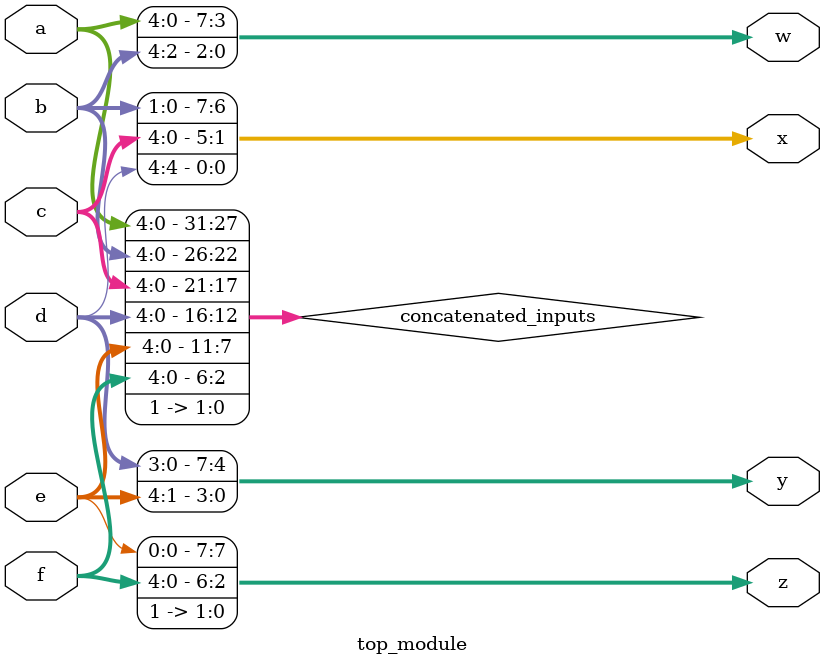
<source format=sv>
module top_module (
    input [4:0] a,
    input [4:0] b,
    input [4:0] c,
    input [4:0] d,
    input [4:0] e,
    input [4:0] f,
    output [7:0] w,
    output [7:0] x,
    output [7:0] y,
    output [7:0] z
);

    // Concatenate inputs and append two '1' bits at the end
    wire [31:0] concatenated_inputs = {a, b, c, d, e, f, 2'b11};

    // Assign 8-bit segments to the outputs
    assign w = concatenated_inputs[31:24];
    assign x = concatenated_inputs[23:16];
    assign y = concatenated_inputs[15:8];
    assign z = concatenated_inputs[7:0];

endmodule

</source>
